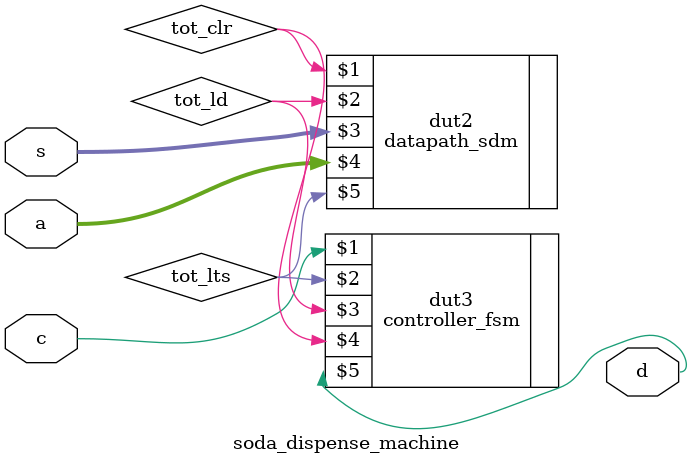
<source format=v>
module soda_dispense_machine(
	input [7:0] s,a,
	input c,
	output d);
	
	wire tot_ld, tot_clr, tot_lts;
	
	datapath_sdm dut2 (tot_clr, tot_ld, s, a, tot_lts);
	controller_fsm dut3 (c, tot_lts, tot_ld, tot_clr, d);
	
endmodule
</source>
